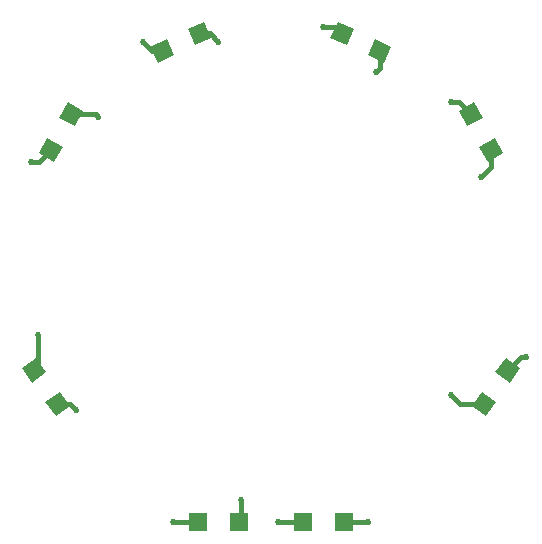
<source format=gbr>
G04 EAGLE Gerber RS-274X export*
G75*
%MOMM*%
%FSLAX34Y34*%
%LPD*%
%INTop Copper*%
%IPPOS*%
%AMOC8*
5,1,8,0,0,1.08239X$1,22.5*%
G01*
%ADD10R,1.500000X1.500000*%
%ADD11R,1.500000X1.500000*%
%ADD12C,0.525000*%
%ADD13C,0.406400*%


D10*
G36*
X-190907Y-101394D02*
X-178621Y-92790D01*
X-170017Y-105076D01*
X-182303Y-113680D01*
X-190907Y-101394D01*
G37*
G36*
X-210983Y-72724D02*
X-198697Y-64120D01*
X-190093Y-76406D01*
X-202379Y-85010D01*
X-210983Y-72724D01*
G37*
D11*
X-26950Y-203200D03*
X-61950Y-203200D03*
X61950Y-203200D03*
X26950Y-203200D03*
D10*
G36*
X202379Y-85010D02*
X190093Y-76406D01*
X198697Y-64120D01*
X210983Y-72724D01*
X202379Y-85010D01*
G37*
G36*
X182303Y-113680D02*
X170017Y-105076D01*
X178621Y-92790D01*
X190907Y-101394D01*
X182303Y-113680D01*
G37*
G36*
X179295Y139410D02*
X166305Y131910D01*
X158805Y144900D01*
X171795Y152400D01*
X179295Y139410D01*
G37*
G36*
X196795Y109100D02*
X183805Y101600D01*
X176305Y114590D01*
X189295Y122090D01*
X196795Y109100D01*
G37*
G36*
X70306Y214223D02*
X63967Y200630D01*
X50374Y206969D01*
X56713Y220562D01*
X70306Y214223D01*
G37*
G36*
X102026Y199431D02*
X95687Y185838D01*
X82094Y192177D01*
X88433Y205770D01*
X102026Y199431D01*
G37*
G36*
X-88433Y205770D02*
X-82094Y192177D01*
X-95687Y185838D01*
X-102026Y199431D01*
X-88433Y205770D01*
G37*
G36*
X-56713Y220562D02*
X-50374Y206969D01*
X-63967Y200630D01*
X-70306Y214223D01*
X-56713Y220562D01*
G37*
G36*
X-189295Y122090D02*
X-176305Y114590D01*
X-183805Y101600D01*
X-196795Y109100D01*
X-189295Y122090D01*
G37*
G36*
X-171795Y152400D02*
X-158805Y144900D01*
X-166305Y131910D01*
X-179295Y139410D01*
X-171795Y152400D01*
G37*
D12*
X-82550Y-203200D03*
D13*
X-61950Y-203200D01*
D12*
X-196850Y-44450D03*
D13*
X-196850Y-70877D01*
X-200538Y-74565D01*
X-26950Y-203200D02*
X-25400Y-201650D01*
X-165100Y-107950D02*
X-169815Y-103235D01*
D12*
X-165100Y-107950D03*
D13*
X-25400Y-184150D02*
X-25400Y-201650D01*
D12*
X-25400Y-184150D03*
D13*
X61950Y-203200D02*
X82550Y-203200D01*
D12*
X82550Y-203200D03*
D13*
X169050Y142155D02*
X158805Y152400D01*
X152400Y152400D01*
D12*
X152400Y152400D03*
D13*
X60340Y210596D02*
X55035Y215900D01*
X44450Y215900D01*
D12*
X44450Y215900D03*
D13*
X-100554Y195804D02*
X-107950Y203200D01*
D12*
X-107950Y203200D03*
D13*
X-186550Y111845D02*
X-196795Y101600D01*
X-203200Y101600D01*
D12*
X-203200Y101600D03*
D13*
X200538Y-74565D02*
X211602Y-63500D01*
X215900Y-63500D01*
D12*
X215900Y-63500D03*
D13*
X-169815Y-103235D02*
X-180462Y-103235D01*
X-100554Y195804D02*
X-92060Y195804D01*
D12*
X152400Y-95250D03*
D13*
X160385Y-103235D02*
X180462Y-103235D01*
X160385Y-103235D02*
X152400Y-95250D01*
D12*
X6350Y-203200D03*
D13*
X26950Y-203200D01*
X92060Y180960D02*
X92060Y195804D01*
X92060Y180960D02*
X88900Y177800D01*
D12*
X88900Y177800D03*
X177800Y88900D03*
D13*
X186550Y97650D02*
X186550Y111845D01*
X186550Y97650D02*
X177800Y88900D01*
X-148505Y142155D02*
X-169050Y142155D01*
X-148505Y142155D02*
X-146050Y139700D01*
D12*
X-146050Y139700D03*
X-44450Y203200D03*
D13*
X-51846Y210596D02*
X-60340Y210596D01*
X-51846Y210596D02*
X-44450Y203200D01*
M02*

</source>
